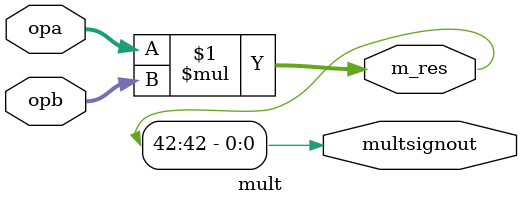
<source format=v>


module mult #(parameter A_WIDTH = 25, B_WIDTH = 18, RES_WIDTH = A_WIDTH + B_WIDTH, USE_MULT = "MULTIPLY") (

input [A_WIDTH-1:0]     opa,
input [B_WIDTH-1:0]     opb,
output                  multsignout,
output [RES_WIDTH-1:0]  m_res

);

assign m_res = (USE_MULT == "MULTIPLY") ? opa * opb : 'b0;
assign multsignout = m_res[RES_WIDTH-1];


endmodule
</source>
